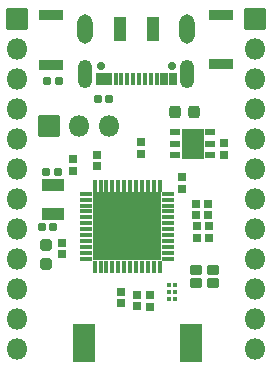
<source format=gbr>
%TF.GenerationSoftware,KiCad,Pcbnew,6.0.0*%
%TF.CreationDate,2022-01-30T15:16:09-05:00*%
%TF.ProjectId,stm32wb55ce_development_board,73746d33-3277-4623-9535-63655f646576,rev?*%
%TF.SameCoordinates,Original*%
%TF.FileFunction,Soldermask,Top*%
%TF.FilePolarity,Negative*%
%FSLAX46Y46*%
G04 Gerber Fmt 4.6, Leading zero omitted, Abs format (unit mm)*
G04 Created by KiCad (PCBNEW 6.0.0) date 2022-01-30 15:16:09*
%MOMM*%
%LPD*%
G01*
G04 APERTURE LIST*
G04 Aperture macros list*
%AMRoundRect*
0 Rectangle with rounded corners*
0 $1 Rounding radius*
0 $2 $3 $4 $5 $6 $7 $8 $9 X,Y pos of 4 corners*
0 Add a 4 corners polygon primitive as box body*
4,1,4,$2,$3,$4,$5,$6,$7,$8,$9,$2,$3,0*
0 Add four circle primitives for the rounded corners*
1,1,$1+$1,$2,$3*
1,1,$1+$1,$4,$5*
1,1,$1+$1,$6,$7*
1,1,$1+$1,$8,$9*
0 Add four rect primitives between the rounded corners*
20,1,$1+$1,$2,$3,$4,$5,0*
20,1,$1+$1,$4,$5,$6,$7,0*
20,1,$1+$1,$6,$7,$8,$9,0*
20,1,$1+$1,$8,$9,$2,$3,0*%
G04 Aperture macros list end*
%ADD10RoundRect,0.250000X-0.800000X0.200000X-0.800000X-0.200000X0.800000X-0.200000X0.800000X0.200000X0*%
%ADD11RoundRect,0.185000X-0.135000X-0.185000X0.135000X-0.185000X0.135000X0.185000X-0.135000X0.185000X0*%
%ADD12RoundRect,0.050000X-0.850000X-0.850000X0.850000X-0.850000X0.850000X0.850000X-0.850000X0.850000X0*%
%ADD13O,1.800000X1.800000*%
%ADD14RoundRect,0.050000X0.850000X-0.850000X0.850000X0.850000X-0.850000X0.850000X-0.850000X-0.850000X0*%
%ADD15RoundRect,0.050000X0.850000X-1.575000X0.850000X1.575000X-0.850000X1.575000X-0.850000X-1.575000X0*%
%ADD16RoundRect,0.197500X-0.147500X-0.172500X0.147500X-0.172500X0.147500X0.172500X-0.147500X0.172500X0*%
%ADD17RoundRect,0.197500X0.172500X-0.147500X0.172500X0.147500X-0.172500X0.147500X-0.172500X-0.147500X0*%
%ADD18RoundRect,0.197500X-0.172500X0.147500X-0.172500X-0.147500X0.172500X-0.147500X0.172500X0.147500X0*%
%ADD19RoundRect,0.050000X0.400000X-0.200000X0.400000X0.200000X-0.400000X0.200000X-0.400000X-0.200000X0*%
%ADD20RoundRect,0.050000X-0.875000X-1.250000X0.875000X-1.250000X0.875000X1.250000X-0.875000X1.250000X0*%
%ADD21RoundRect,0.050000X0.425000X-0.150000X0.425000X0.150000X-0.425000X0.150000X-0.425000X-0.150000X0*%
%ADD22RoundRect,0.050000X-0.150000X-0.425000X0.150000X-0.425000X0.150000X0.425000X-0.150000X0.425000X0*%
%ADD23RoundRect,0.050000X-2.850000X-2.850000X2.850000X-2.850000X2.850000X2.850000X-2.850000X2.850000X0*%
%ADD24RoundRect,0.050000X-0.900000X0.500000X-0.900000X-0.500000X0.900000X-0.500000X0.900000X0.500000X0*%
%ADD25O,1.300000X2.500000*%
%ADD26O,1.258000X2.416000*%
%ADD27C,0.730000*%
%ADD28RoundRect,0.050000X0.500000X1.000000X-0.500000X1.000000X-0.500000X-1.000000X0.500000X-1.000000X0*%
%ADD29C,0.700000*%
%ADD30RoundRect,0.050000X0.135000X0.500000X-0.135000X0.500000X-0.135000X-0.500000X0.135000X-0.500000X0*%
%ADD31RoundRect,0.050000X0.260000X0.500000X-0.260000X0.500000X-0.260000X-0.500000X0.260000X-0.500000X0*%
%ADD32RoundRect,0.050000X-0.150000X0.150000X-0.150000X-0.150000X0.150000X-0.150000X0.150000X0.150000X0*%
%ADD33RoundRect,0.268750X-0.256250X0.218750X-0.256250X-0.218750X0.256250X-0.218750X0.256250X0.218750X0*%
%ADD34RoundRect,0.050000X-0.430000X0.380000X-0.430000X-0.380000X0.430000X-0.380000X0.430000X0.380000X0*%
%ADD35RoundRect,0.268750X0.218750X0.256250X-0.218750X0.256250X-0.218750X-0.256250X0.218750X-0.256250X0*%
G04 APERTURE END LIST*
D10*
%TO.C,SW1*%
X158625000Y-64175000D03*
X158625000Y-68375000D03*
%TD*%
D11*
%TO.C,R1*%
X159300000Y-69700000D03*
X158280000Y-69700000D03*
%TD*%
D12*
%TO.C,J3*%
X175920000Y-64480000D03*
D13*
X175920000Y-67020000D03*
X175920000Y-69560000D03*
X175920000Y-72100000D03*
X175920000Y-74640000D03*
X175920000Y-77180000D03*
X175920000Y-79720000D03*
X175920000Y-82260000D03*
X175920000Y-84800000D03*
X175920000Y-87340000D03*
X175920000Y-89880000D03*
X175920000Y-92420000D03*
%TD*%
D12*
%TO.C,J1*%
X155740000Y-64520000D03*
D13*
X155740000Y-67060000D03*
X155740000Y-69600000D03*
X155740000Y-72140000D03*
X155740000Y-74680000D03*
X155740000Y-77220000D03*
X155740000Y-79760000D03*
X155740000Y-82300000D03*
X155740000Y-84840000D03*
X155740000Y-87380000D03*
X155740000Y-89920000D03*
X155740000Y-92460000D03*
%TD*%
D14*
%TO.C,J4*%
X158450000Y-73550000D03*
D13*
X160990000Y-73550000D03*
X163530000Y-73550000D03*
%TD*%
D15*
%TO.C,AE1*%
X170480000Y-91910000D03*
X161380000Y-91910000D03*
%TD*%
D16*
%TO.C,R2*%
X162580000Y-71230000D03*
X163550000Y-71230000D03*
%TD*%
%TO.C,C17*%
X158800000Y-82100000D03*
X157830000Y-82100000D03*
%TD*%
D17*
%TO.C,C15*%
X173240000Y-75965000D03*
X173240000Y-74995000D03*
%TD*%
D18*
%TO.C,C6*%
X167000000Y-87860000D03*
X167000000Y-88830000D03*
%TD*%
%TO.C,C7*%
X170860000Y-80120000D03*
X170860000Y-81090000D03*
%TD*%
D19*
%TO.C,PS1*%
X169100000Y-74080000D03*
X169100000Y-75030000D03*
X169100000Y-75980000D03*
X172100000Y-75980000D03*
X172100000Y-75030000D03*
X172100000Y-74080000D03*
D20*
X170600000Y-75030000D03*
%TD*%
D21*
%TO.C,IC2*%
X161600000Y-79280000D03*
X161600000Y-79780000D03*
X161600000Y-80280000D03*
X161600000Y-80780000D03*
X161600000Y-81280000D03*
X161600000Y-81780000D03*
X161600000Y-82280000D03*
X161600000Y-82780000D03*
X161600000Y-83280000D03*
X161600000Y-83780000D03*
X161600000Y-84280000D03*
X161600000Y-84780000D03*
D22*
X162300000Y-85480000D03*
X162800000Y-85480000D03*
X163300000Y-85480000D03*
X163800000Y-85480000D03*
X164300000Y-85480000D03*
X164800000Y-85480000D03*
X165300000Y-85480000D03*
X165800000Y-85480000D03*
X166300000Y-85480000D03*
X166800000Y-85480000D03*
X167300000Y-85480000D03*
X167800000Y-85480000D03*
D21*
X168500000Y-84780000D03*
X168500000Y-84280000D03*
X168500000Y-83780000D03*
X168500000Y-83280000D03*
X168500000Y-82780000D03*
X168500000Y-82280000D03*
X168500000Y-81780000D03*
X168500000Y-81280000D03*
X168500000Y-80780000D03*
X168500000Y-80280000D03*
X168500000Y-79780000D03*
X168500000Y-79280000D03*
D22*
X167800000Y-78580000D03*
X167300000Y-78580000D03*
X166800000Y-78580000D03*
X166300000Y-78580000D03*
X165800000Y-78580000D03*
X165300000Y-78580000D03*
X164800000Y-78580000D03*
X164300000Y-78580000D03*
X163800000Y-78580000D03*
X163300000Y-78580000D03*
X162800000Y-78580000D03*
X162300000Y-78580000D03*
D23*
X165050000Y-82030000D03*
%TD*%
D24*
%TO.C,Y2*%
X158800000Y-78500000D03*
X158800000Y-81000000D03*
%TD*%
D17*
%TO.C,C14*%
X172000000Y-82030000D03*
X172000000Y-83000000D03*
%TD*%
D16*
%TO.C,C16*%
X159185000Y-77400000D03*
X158215000Y-77400000D03*
%TD*%
D18*
%TO.C,C5*%
X164520000Y-87580000D03*
X164520000Y-88550000D03*
%TD*%
D25*
%TO.C,J2*%
X161505000Y-65325000D03*
X170145000Y-65325000D03*
D26*
X161505000Y-69150000D03*
X170145000Y-69150000D03*
D27*
X168825000Y-68425000D03*
D28*
X164425000Y-65325000D03*
X167225000Y-65325000D03*
D27*
X162825000Y-68425000D03*
D29*
X162825000Y-68425000D03*
D30*
X164575000Y-69525000D03*
X165075000Y-69525000D03*
X165575000Y-69525000D03*
X166075000Y-69525000D03*
X166575000Y-69525000D03*
X167075000Y-69525000D03*
X164075000Y-69525000D03*
X167575000Y-69525000D03*
D31*
X163475000Y-69525000D03*
X168175000Y-69525000D03*
X162725000Y-69525000D03*
X168925000Y-69525000D03*
%TD*%
D32*
%TO.C,FL1*%
X169110000Y-88187000D03*
X169110000Y-87600000D03*
X169110000Y-87013000D03*
X168610000Y-87013000D03*
X168610000Y-87600000D03*
X168610000Y-88187000D03*
%TD*%
D33*
%TO.C,FB1*%
X158200000Y-85200000D03*
X158200000Y-83625000D03*
%TD*%
D18*
%TO.C,C3*%
X165930000Y-88800000D03*
X165930000Y-87830000D03*
%TD*%
D17*
%TO.C,C8*%
X169730000Y-77900000D03*
X169730000Y-78870000D03*
%TD*%
D10*
%TO.C,SW2*%
X173040000Y-68310000D03*
X173040000Y-64110000D03*
%TD*%
D34*
%TO.C,Y1*%
X172355000Y-86855000D03*
X170905000Y-86855000D03*
X170905000Y-85705000D03*
X172355000Y-85705000D03*
%TD*%
D17*
%TO.C,C13*%
X166230000Y-75890000D03*
X166230000Y-74920000D03*
%TD*%
D18*
%TO.C,C9*%
X159500000Y-84400000D03*
X159500000Y-83430000D03*
%TD*%
%TO.C,C4*%
X171860000Y-81090000D03*
X171860000Y-80120000D03*
%TD*%
D17*
%TO.C,C2*%
X160500000Y-76355000D03*
X160500000Y-77325000D03*
%TD*%
%TO.C,L1*%
X171000000Y-82030000D03*
X171000000Y-83000000D03*
%TD*%
%TO.C,C11*%
X162500000Y-76000000D03*
X162500000Y-76970000D03*
%TD*%
D35*
%TO.C,C12*%
X169125000Y-72380000D03*
X170700000Y-72380000D03*
%TD*%
M02*

</source>
